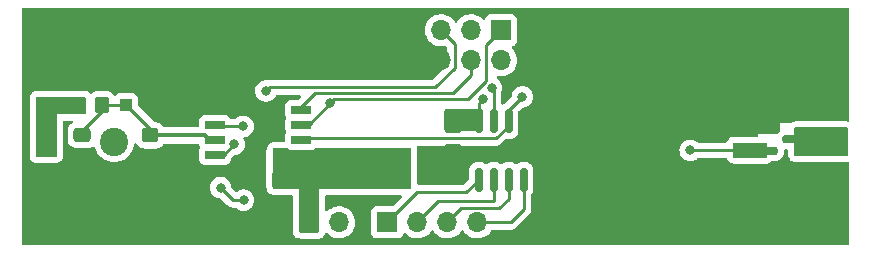
<source format=gbr>
%TF.GenerationSoftware,KiCad,Pcbnew,(6.0.7-1)-1*%
%TF.CreationDate,2024-09-17T13:20:57+05:30*%
%TF.ProjectId,DIY_BMS,4449595f-424d-4532-9e6b-696361645f70,rev?*%
%TF.SameCoordinates,Original*%
%TF.FileFunction,Copper,L2,Bot*%
%TF.FilePolarity,Positive*%
%FSLAX46Y46*%
G04 Gerber Fmt 4.6, Leading zero omitted, Abs format (unit mm)*
G04 Created by KiCad (PCBNEW (6.0.7-1)-1) date 2024-09-17 13:20:57*
%MOMM*%
%LPD*%
G01*
G04 APERTURE LIST*
G04 Aperture macros list*
%AMRoundRect*
0 Rectangle with rounded corners*
0 $1 Rounding radius*
0 $2 $3 $4 $5 $6 $7 $8 $9 X,Y pos of 4 corners*
0 Add a 4 corners polygon primitive as box body*
4,1,4,$2,$3,$4,$5,$6,$7,$8,$9,$2,$3,0*
0 Add four circle primitives for the rounded corners*
1,1,$1+$1,$2,$3*
1,1,$1+$1,$4,$5*
1,1,$1+$1,$6,$7*
1,1,$1+$1,$8,$9*
0 Add four rect primitives between the rounded corners*
20,1,$1+$1,$2,$3,$4,$5,0*
20,1,$1+$1,$4,$5,$6,$7,0*
20,1,$1+$1,$6,$7,$8,$9,0*
20,1,$1+$1,$8,$9,$2,$3,0*%
G04 Aperture macros list end*
%TA.AperFunction,ComponentPad*%
%ADD10R,1.700000X1.700000*%
%TD*%
%TA.AperFunction,ComponentPad*%
%ADD11O,1.700000X1.700000*%
%TD*%
%TA.AperFunction,ComponentPad*%
%ADD12R,1.000000X1.000000*%
%TD*%
%TA.AperFunction,ComponentPad*%
%ADD13C,2.400000*%
%TD*%
%TA.AperFunction,ComponentPad*%
%ADD14O,2.400000X2.400000*%
%TD*%
%TA.AperFunction,SMDPad,CuDef*%
%ADD15R,1.700000X0.650000*%
%TD*%
%TA.AperFunction,SMDPad,CuDef*%
%ADD16RoundRect,0.250000X0.450000X-0.350000X0.450000X0.350000X-0.450000X0.350000X-0.450000X-0.350000X0*%
%TD*%
%TA.AperFunction,SMDPad,CuDef*%
%ADD17RoundRect,0.250000X-0.350000X-0.450000X0.350000X-0.450000X0.350000X0.450000X-0.350000X0.450000X0*%
%TD*%
%TA.AperFunction,SMDPad,CuDef*%
%ADD18RoundRect,0.250000X-0.475000X0.337500X-0.475000X-0.337500X0.475000X-0.337500X0.475000X0.337500X0*%
%TD*%
%TA.AperFunction,SMDPad,CuDef*%
%ADD19RoundRect,0.150000X-0.587500X-0.150000X0.587500X-0.150000X0.587500X0.150000X-0.587500X0.150000X0*%
%TD*%
%TA.AperFunction,SMDPad,CuDef*%
%ADD20RoundRect,0.250000X0.337500X0.475000X-0.337500X0.475000X-0.337500X-0.475000X0.337500X-0.475000X0*%
%TD*%
%TA.AperFunction,SMDPad,CuDef*%
%ADD21RoundRect,0.250000X-0.450000X0.350000X-0.450000X-0.350000X0.450000X-0.350000X0.450000X0.350000X0*%
%TD*%
%TA.AperFunction,SMDPad,CuDef*%
%ADD22RoundRect,0.150000X-0.150000X0.825000X-0.150000X-0.825000X0.150000X-0.825000X0.150000X0.825000X0*%
%TD*%
%TA.AperFunction,ViaPad*%
%ADD23C,0.800000*%
%TD*%
%TA.AperFunction,Conductor*%
%ADD24C,0.250000*%
%TD*%
%TA.AperFunction,Conductor*%
%ADD25C,0.350000*%
%TD*%
G04 APERTURE END LIST*
D10*
%TO.P,TH1,1*%
%TO.N,3V3*%
X149347000Y-106426000D03*
D11*
%TO.P,TH1,2*%
%TO.N,Net-(J3-Pad5)*%
X151887000Y-106426000D03*
%TD*%
D10*
%TO.P,J1,1,Pin_1*%
%TO.N,+BATT*%
X127101600Y-99999800D03*
D11*
%TO.P,J1,2,Pin_2*%
%TO.N,GND*%
X127101600Y-102539800D03*
%TD*%
D10*
%TO.P,J2,1,Pin_1*%
%TO.N,Net-(J2-Pad1)*%
X155966000Y-106426000D03*
D11*
%TO.P,J2,2,Pin_2*%
%TO.N,Net-(J2-Pad2)*%
X158506000Y-106426000D03*
%TO.P,J2,3,Pin_3*%
%TO.N,Net-(J2-Pad3)*%
X161046000Y-106426000D03*
%TO.P,J2,4,Pin_4*%
%TO.N,Net-(J2-Pad4)*%
X163586000Y-106426000D03*
%TD*%
D12*
%TO.P,GND,1,1*%
%TO.N,GND*%
X144272000Y-93472000D03*
%TD*%
D10*
%TO.P,J3,1,Pin_1*%
%TO.N,Net-(D3-Pad2)*%
X165593000Y-90165000D03*
D11*
%TO.P,J3,2,Pin_2*%
%TO.N,3V3*%
X165593000Y-92705000D03*
%TO.P,J3,3,Pin_3*%
%TO.N,Net-(J3-Pad3)*%
X163053000Y-90165000D03*
%TO.P,J3,4,Pin_4*%
%TO.N,Net-(J3-Pad4)*%
X163053000Y-92705000D03*
%TO.P,J3,5,Pin_5*%
%TO.N,Net-(J3-Pad5)*%
X160513000Y-90165000D03*
%TO.P,J3,6,Pin_6*%
%TO.N,GND*%
X160513000Y-92705000D03*
%TD*%
D13*
%TO.P,R1,1*%
%TO.N,Net-(C2-Pad1)*%
X132842000Y-99599800D03*
D14*
%TO.P,R1,2*%
%TO.N,Net-(Q1-Pad3)*%
X193802000Y-99599800D03*
%TD*%
D15*
%TO.P,U3,1,~{RESET}/PB5*%
%TO.N,Net-(J3-Pad5)*%
X141384000Y-100711000D03*
%TO.P,U3,2,XTAL1/PB3*%
%TO.N,Net-(C4-Pad1)*%
X141384000Y-99441000D03*
%TO.P,U3,3,XTAL2/PB4*%
%TO.N,Net-(Q1-Pad1)*%
X141384000Y-98171000D03*
%TO.P,U3,4,GND*%
%TO.N,GND*%
X141384000Y-96901000D03*
%TO.P,U3,5,AREF/PB0*%
%TO.N,Net-(J3-Pad4)*%
X148684000Y-96901000D03*
%TO.P,U3,6,PB1*%
%TO.N,Net-(D3-Pad2)*%
X148684000Y-98171000D03*
%TO.P,U3,7,PB2*%
%TO.N,Net-(J3-Pad3)*%
X148684000Y-99441000D03*
%TO.P,U3,8,VCC*%
%TO.N,3V3*%
X148684000Y-100711000D03*
%TD*%
D16*
%TO.P,R7,1*%
%TO.N,Net-(Q1-Pad1)*%
X185928000Y-100314000D03*
%TO.P,R7,2*%
%TO.N,GND*%
X185928000Y-98314000D03*
%TD*%
D17*
%TO.P,R5,1*%
%TO.N,+BATT*%
X129810000Y-96520000D03*
%TO.P,R5,2*%
%TO.N,Net-(C4-Pad1)*%
X131810000Y-96520000D03*
%TD*%
D18*
%TO.P,C5,1*%
%TO.N,3V3*%
X161544000Y-98276500D03*
%TO.P,C5,2*%
%TO.N,GND*%
X161544000Y-100351500D03*
%TD*%
D19*
%TO.P,Q1,1,G*%
%TO.N,Net-(Q1-Pad1)*%
X188290500Y-100364000D03*
%TO.P,Q1,2,D*%
%TO.N,GND*%
X188290500Y-98464000D03*
%TO.P,Q1,3,S*%
%TO.N,Net-(Q1-Pad3)*%
X190165500Y-99414000D03*
%TD*%
D18*
%TO.P,C4,1*%
%TO.N,Net-(C4-Pad1)*%
X130128800Y-99038500D03*
%TO.P,C4,2*%
%TO.N,GND*%
X130128800Y-101113500D03*
%TD*%
D20*
%TO.P,C6,1*%
%TO.N,3V3*%
X146833500Y-102870000D03*
%TO.P,C6,2*%
%TO.N,GND*%
X144758500Y-102870000D03*
%TD*%
D21*
%TO.P,R6,1*%
%TO.N,Net-(C4-Pad1)*%
X135890000Y-99076000D03*
%TO.P,R6,2*%
%TO.N,GND*%
X135890000Y-101076000D03*
%TD*%
D12*
%TO.P,TP1,1,1*%
%TO.N,Net-(C4-Pad1)*%
X133858000Y-96520000D03*
%TD*%
D22*
%TO.P,U2,1,VDD1*%
%TO.N,3V3*%
X163703000Y-97855000D03*
%TO.P,U2,2,VOA*%
%TO.N,Net-(J3-Pad4)*%
X164973000Y-97855000D03*
%TO.P,U2,3,VIB*%
%TO.N,Net-(J3-Pad3)*%
X166243000Y-97855000D03*
%TO.P,U2,4,GND1*%
%TO.N,GND*%
X167513000Y-97855000D03*
%TO.P,U2,5,GND2*%
%TO.N,Net-(J2-Pad4)*%
X167513000Y-102805000D03*
%TO.P,U2,6,VOB*%
%TO.N,Net-(J2-Pad3)*%
X166243000Y-102805000D03*
%TO.P,U2,7,VIA*%
%TO.N,Net-(J2-Pad2)*%
X164973000Y-102805000D03*
%TO.P,U2,8,VDD2*%
%TO.N,Net-(J2-Pad1)*%
X163703000Y-102805000D03*
%TD*%
D23*
%TO.N,GND*%
X137400000Y-93000000D03*
X157250000Y-93450000D03*
X140450000Y-105950000D03*
X146360000Y-93507500D03*
%TO.N,3V3*%
X153200000Y-100750000D03*
X150750000Y-100750000D03*
X161550000Y-98250000D03*
X154550000Y-100750000D03*
X151950000Y-100750000D03*
X164100000Y-95950000D03*
X156100000Y-100750000D03*
%TO.N,Net-(D3-Pad2)*%
X151150000Y-96350000D03*
%TO.N,Net-(J3-Pad3)*%
X167400000Y-95800000D03*
%TO.N,Net-(J3-Pad4)*%
X164800299Y-95050299D03*
%TO.N,Net-(J3-Pad5)*%
X143002000Y-99822000D03*
X145700000Y-95300000D03*
%TO.N,Net-(Q1-Pad1)*%
X181610000Y-100330000D03*
X143764000Y-98298000D03*
%TO.N,Net-(Q1-Pad3)*%
X141850000Y-103500000D03*
X143800000Y-104550000D03*
%TD*%
D24*
%TO.N,3V3*%
X163703000Y-96347000D02*
X164100000Y-95950000D01*
X163703000Y-97855000D02*
X163703000Y-96347000D01*
D25*
%TO.N,Net-(C4-Pad1)*%
X141384000Y-99441000D02*
X140859000Y-99441000D01*
X135890000Y-98552000D02*
X133858000Y-96520000D01*
X140859000Y-99441000D02*
X140494000Y-99076000D01*
X140494000Y-99076000D02*
X135890000Y-99076000D01*
X135890000Y-99076000D02*
X135890000Y-98552000D01*
D24*
X130128800Y-98725200D02*
X130128800Y-99038500D01*
X131810000Y-96520000D02*
X133858000Y-96520000D01*
X131810000Y-96520000D02*
X131810000Y-97044000D01*
X131810000Y-97044000D02*
X130128800Y-98725200D01*
%TO.N,Net-(D3-Pad2)*%
X164338000Y-94488000D02*
X164338000Y-91420000D01*
X151150000Y-96350000D02*
X151488000Y-96012000D01*
X164338000Y-91420000D02*
X165593000Y-90165000D01*
X151150000Y-96350000D02*
X149329000Y-98171000D01*
X151488000Y-96012000D02*
X162814000Y-96012000D01*
X149329000Y-98171000D02*
X148684000Y-98171000D01*
X162814000Y-96012000D02*
X164338000Y-94488000D01*
%TO.N,Net-(J2-Pad1)*%
X158492000Y-103900000D02*
X162608000Y-103900000D01*
X155966000Y-106426000D02*
X158492000Y-103900000D01*
X162608000Y-103900000D02*
X163703000Y-102805000D01*
%TO.N,Net-(J2-Pad2)*%
X160282000Y-104650000D02*
X164950000Y-104650000D01*
X158506000Y-106426000D02*
X160282000Y-104650000D01*
X164950000Y-104650000D02*
X164973000Y-104627000D01*
X164973000Y-104627000D02*
X164973000Y-102805000D01*
%TO.N,Net-(J2-Pad3)*%
X162222000Y-105250000D02*
X165450000Y-105250000D01*
X166243000Y-104457000D02*
X166243000Y-102805000D01*
X161046000Y-106426000D02*
X162222000Y-105250000D01*
X165450000Y-105250000D02*
X166243000Y-104457000D01*
%TO.N,Net-(J2-Pad4)*%
X166424000Y-106426000D02*
X167513000Y-105337000D01*
X167513000Y-105337000D02*
X167513000Y-102805000D01*
X163586000Y-106426000D02*
X166424000Y-106426000D01*
%TO.N,Net-(J3-Pad3)*%
X167400000Y-95800000D02*
X166243000Y-96957000D01*
X165160751Y-99314000D02*
X166243000Y-98231751D01*
X148811000Y-99314000D02*
X165160751Y-99314000D01*
X166243000Y-96957000D02*
X166243000Y-97855000D01*
X166243000Y-98231751D02*
X166243000Y-97855000D01*
X148684000Y-99441000D02*
X148811000Y-99314000D01*
%TO.N,Net-(J3-Pad4)*%
X149860000Y-95504000D02*
X161544000Y-95504000D01*
X163053000Y-93995000D02*
X163053000Y-92705000D01*
X148684000Y-96680000D02*
X149860000Y-95504000D01*
X161544000Y-95504000D02*
X163053000Y-93995000D01*
X148684000Y-96901000D02*
X148684000Y-96680000D01*
X164800299Y-95050299D02*
X164973000Y-95223000D01*
X164973000Y-95223000D02*
X164973000Y-97855000D01*
%TO.N,Net-(J3-Pad5)*%
X161688000Y-91340000D02*
X160513000Y-90165000D01*
X161688000Y-93328000D02*
X161688000Y-91340000D01*
X141384000Y-100711000D02*
X142113000Y-100711000D01*
X142113000Y-100711000D02*
X143002000Y-99822000D01*
X145700000Y-95300000D02*
X146004000Y-94996000D01*
X146004000Y-94996000D02*
X160020000Y-94996000D01*
X160020000Y-94996000D02*
X161688000Y-93328000D01*
%TO.N,Net-(Q1-Pad1)*%
X181626000Y-100314000D02*
X181610000Y-100330000D01*
X143764000Y-98298000D02*
X141511000Y-98298000D01*
X141511000Y-98298000D02*
X141384000Y-98171000D01*
X185928000Y-100314000D02*
X181626000Y-100314000D01*
%TO.N,Net-(Q1-Pad3)*%
X143800000Y-104550000D02*
X142900000Y-104550000D01*
X142900000Y-104550000D02*
X141850000Y-103500000D01*
%TD*%
%TA.AperFunction,Conductor*%
%TO.N,3V3*%
G36*
X150200000Y-107174000D02*
G01*
X150179998Y-107242121D01*
X150126342Y-107288614D01*
X150074000Y-107300000D01*
X148626000Y-107300000D01*
X148557879Y-107279998D01*
X148511386Y-107226342D01*
X148500000Y-107174000D01*
X148500000Y-103600000D01*
X146376000Y-103600000D01*
X146307879Y-103579998D01*
X146261386Y-103526342D01*
X146250000Y-103474000D01*
X146250000Y-102150000D01*
X150200000Y-102150000D01*
X150200000Y-107174000D01*
G37*
%TD.AperFunction*%
%TD*%
%TA.AperFunction,Conductor*%
%TO.N,3V3*%
G36*
X147524557Y-100170002D02*
G01*
X147531981Y-100175160D01*
X147587295Y-100216615D01*
X147723684Y-100267745D01*
X147785866Y-100274500D01*
X149582134Y-100274500D01*
X149644316Y-100267745D01*
X149780705Y-100216615D01*
X149836001Y-100175173D01*
X149902505Y-100150326D01*
X149911564Y-100150000D01*
X157874000Y-100150000D01*
X157942121Y-100170002D01*
X157988614Y-100223658D01*
X158000000Y-100276000D01*
X158000000Y-103443905D01*
X157979998Y-103512026D01*
X157963095Y-103533000D01*
X157933000Y-103563095D01*
X157870688Y-103597121D01*
X157843905Y-103600000D01*
X146376000Y-103600000D01*
X146307879Y-103579998D01*
X146261386Y-103526342D01*
X146250000Y-103474000D01*
X146250000Y-100276000D01*
X146270002Y-100207879D01*
X146323658Y-100161386D01*
X146376000Y-100150000D01*
X147456436Y-100150000D01*
X147524557Y-100170002D01*
G37*
%TD.AperFunction*%
%TD*%
%TA.AperFunction,Conductor*%
%TO.N,3V3*%
G36*
X163992121Y-96870002D02*
G01*
X164038614Y-96923658D01*
X164050000Y-96976000D01*
X164050000Y-98554500D01*
X164029998Y-98622621D01*
X163976342Y-98669114D01*
X163924000Y-98680500D01*
X160926000Y-98680500D01*
X160857879Y-98660498D01*
X160811386Y-98606842D01*
X160800000Y-98554500D01*
X160800000Y-96976000D01*
X160820002Y-96907879D01*
X160873658Y-96861386D01*
X160926000Y-96850000D01*
X163924000Y-96850000D01*
X163992121Y-96870002D01*
G37*
%TD.AperFunction*%
%TD*%
%TA.AperFunction,Conductor*%
%TO.N,GND*%
G36*
X167850000Y-100950000D02*
G01*
X160800000Y-100950000D01*
X160800000Y-99947500D01*
X165081984Y-99947500D01*
X165093167Y-99948027D01*
X165100660Y-99949702D01*
X165108586Y-99949453D01*
X165108587Y-99949453D01*
X165168737Y-99947562D01*
X165172696Y-99947500D01*
X165200607Y-99947500D01*
X165204542Y-99947003D01*
X165204607Y-99946995D01*
X165216444Y-99946062D01*
X165248702Y-99945048D01*
X165252721Y-99944922D01*
X165260640Y-99944673D01*
X165280094Y-99939021D01*
X165299451Y-99935013D01*
X165311681Y-99933468D01*
X165311682Y-99933468D01*
X165319548Y-99932474D01*
X165326919Y-99929555D01*
X165326921Y-99929555D01*
X165360663Y-99916196D01*
X165371893Y-99912351D01*
X165406734Y-99902229D01*
X165406735Y-99902229D01*
X165414344Y-99900018D01*
X165421163Y-99895985D01*
X165421168Y-99895983D01*
X165431779Y-99889707D01*
X165449527Y-99881012D01*
X165468368Y-99873552D01*
X165504138Y-99847564D01*
X165514058Y-99841048D01*
X165545286Y-99822580D01*
X165545289Y-99822578D01*
X165552113Y-99818542D01*
X165566434Y-99804221D01*
X165581468Y-99791380D01*
X165591445Y-99784131D01*
X165597858Y-99779472D01*
X165622239Y-99750000D01*
X167200000Y-99750000D01*
X167200000Y-96895904D01*
X167245904Y-96850000D01*
X167850000Y-96850000D01*
X167850000Y-100950000D01*
G37*
%TD.AperFunction*%
%TD*%
%TA.AperFunction,Conductor*%
%TO.N,Net-(Q1-Pad3)*%
G36*
X194942121Y-98420002D02*
G01*
X194988614Y-98473658D01*
X195000000Y-98526000D01*
X195000000Y-100674000D01*
X194979998Y-100742121D01*
X194926342Y-100788614D01*
X194874000Y-100800000D01*
X190526000Y-100800000D01*
X190457879Y-100779998D01*
X190411386Y-100726342D01*
X190400000Y-100674000D01*
X190400000Y-99700000D01*
X189576000Y-99700000D01*
X189507879Y-99679998D01*
X189461386Y-99626342D01*
X189450000Y-99574000D01*
X189450000Y-99226000D01*
X189470002Y-99157879D01*
X189523658Y-99111386D01*
X189576000Y-99100000D01*
X190400000Y-99100000D01*
X190400000Y-98526000D01*
X190420002Y-98457879D01*
X190473658Y-98411386D01*
X190526000Y-98400000D01*
X194874000Y-98400000D01*
X194942121Y-98420002D01*
G37*
%TD.AperFunction*%
%TD*%
%TA.AperFunction,Conductor*%
%TO.N,GND*%
G36*
X195033621Y-88278502D02*
G01*
X195080114Y-88332158D01*
X195091500Y-88384500D01*
X195091500Y-97772359D01*
X195071498Y-97840480D01*
X195017842Y-97886973D01*
X194947569Y-97897077D01*
X194878448Y-97887139D01*
X194878441Y-97887138D01*
X194874000Y-97886500D01*
X190526000Y-97886500D01*
X190522654Y-97886860D01*
X190522649Y-97886860D01*
X190420215Y-97897872D01*
X190420208Y-97897873D01*
X190416851Y-97898234D01*
X190413551Y-97898952D01*
X190413550Y-97898952D01*
X190367790Y-97908906D01*
X190367785Y-97908907D01*
X190364509Y-97909620D01*
X190304921Y-97929453D01*
X190274735Y-97939500D01*
X190260343Y-97944290D01*
X190137388Y-98023308D01*
X190135396Y-98025034D01*
X190069317Y-98049679D01*
X190060330Y-98050000D01*
X189250000Y-98050000D01*
X189250000Y-98614269D01*
X189229998Y-98682390D01*
X189194531Y-98717857D01*
X189194774Y-98718181D01*
X189192519Y-98719869D01*
X189192123Y-98720265D01*
X189187388Y-98723308D01*
X189133732Y-98769801D01*
X189130785Y-98773202D01*
X189130780Y-98773207D01*
X189089899Y-98820387D01*
X189083770Y-98826970D01*
X189053547Y-98857193D01*
X189048006Y-98866562D01*
X189045286Y-98871161D01*
X189043764Y-98873629D01*
X189038018Y-98880261D01*
X189034275Y-98888455D01*
X189031921Y-98892119D01*
X188978266Y-98938613D01*
X188925922Y-98950000D01*
X187350000Y-98950000D01*
X187350000Y-99060500D01*
X187329998Y-99128621D01*
X187276342Y-99175114D01*
X187224000Y-99186500D01*
X185326000Y-99186500D01*
X185322654Y-99186860D01*
X185322649Y-99186860D01*
X185220215Y-99197872D01*
X185220208Y-99197873D01*
X185216851Y-99198234D01*
X185213551Y-99198952D01*
X185213550Y-99198952D01*
X185167790Y-99208906D01*
X185167785Y-99208907D01*
X185164509Y-99209620D01*
X185060343Y-99244290D01*
X184937388Y-99323308D01*
X184933993Y-99326250D01*
X184933990Y-99326252D01*
X184923246Y-99335562D01*
X184883732Y-99369801D01*
X184880792Y-99373194D01*
X184793919Y-99473450D01*
X184793917Y-99473453D01*
X184788018Y-99480261D01*
X184784276Y-99488455D01*
X184784272Y-99488461D01*
X184730209Y-99606843D01*
X184683716Y-99660498D01*
X184615596Y-99680500D01*
X182301203Y-99680500D01*
X182233082Y-99660498D01*
X182222210Y-99652196D01*
X182221253Y-99651134D01*
X182066752Y-99538882D01*
X182060724Y-99536198D01*
X182060722Y-99536197D01*
X181898319Y-99463891D01*
X181898318Y-99463891D01*
X181892288Y-99461206D01*
X181798887Y-99441353D01*
X181711944Y-99422872D01*
X181711939Y-99422872D01*
X181705487Y-99421500D01*
X181514513Y-99421500D01*
X181508061Y-99422872D01*
X181508056Y-99422872D01*
X181421113Y-99441353D01*
X181327712Y-99461206D01*
X181321682Y-99463891D01*
X181321681Y-99463891D01*
X181159278Y-99536197D01*
X181159276Y-99536198D01*
X181153248Y-99538882D01*
X180998747Y-99651134D01*
X180994326Y-99656044D01*
X180994325Y-99656045D01*
X180954797Y-99699946D01*
X180870960Y-99793056D01*
X180834896Y-99855521D01*
X180781792Y-99947500D01*
X180775473Y-99958444D01*
X180716458Y-100140072D01*
X180715768Y-100146633D01*
X180715768Y-100146635D01*
X180706598Y-100233886D01*
X180696496Y-100330000D01*
X180697186Y-100336565D01*
X180714863Y-100504749D01*
X180716458Y-100519928D01*
X180775473Y-100701556D01*
X180870960Y-100866944D01*
X180875378Y-100871851D01*
X180875379Y-100871852D01*
X180974981Y-100982471D01*
X180998747Y-101008866D01*
X181059152Y-101052753D01*
X181146573Y-101116268D01*
X181153248Y-101121118D01*
X181159276Y-101123802D01*
X181159278Y-101123803D01*
X181310417Y-101191094D01*
X181327712Y-101198794D01*
X181417608Y-101217902D01*
X181508056Y-101237128D01*
X181508061Y-101237128D01*
X181514513Y-101238500D01*
X181705487Y-101238500D01*
X181711939Y-101237128D01*
X181711944Y-101237128D01*
X181802392Y-101217902D01*
X181892288Y-101198794D01*
X181909583Y-101191094D01*
X182060722Y-101123803D01*
X182060724Y-101123802D01*
X182066752Y-101121118D01*
X182073428Y-101116268D01*
X182160848Y-101052753D01*
X182221253Y-101008866D01*
X182238971Y-100989188D01*
X182299414Y-100951950D01*
X182332605Y-100947500D01*
X184606117Y-100947500D01*
X184674238Y-100967502D01*
X184720731Y-101021158D01*
X184725669Y-101033710D01*
X184740784Y-101079122D01*
X184744290Y-101089657D01*
X184823308Y-101212612D01*
X184826250Y-101216007D01*
X184826252Y-101216010D01*
X184844551Y-101237128D01*
X184869801Y-101266268D01*
X184873194Y-101269208D01*
X184973450Y-101356081D01*
X184973453Y-101356083D01*
X184980261Y-101361982D01*
X184988459Y-101365726D01*
X184999633Y-101370829D01*
X185113210Y-101422698D01*
X185136964Y-101429673D01*
X185177008Y-101441431D01*
X185177012Y-101441432D01*
X185181331Y-101442700D01*
X185185780Y-101443340D01*
X185185786Y-101443341D01*
X185321553Y-101462861D01*
X185321558Y-101462861D01*
X185326000Y-101463500D01*
X188024000Y-101463500D01*
X188027346Y-101463140D01*
X188027351Y-101463140D01*
X188129785Y-101452128D01*
X188129792Y-101452127D01*
X188133149Y-101451766D01*
X188136450Y-101451048D01*
X188182210Y-101441094D01*
X188182215Y-101441093D01*
X188185491Y-101440380D01*
X188289657Y-101405710D01*
X188412612Y-101326692D01*
X188418382Y-101321693D01*
X188451101Y-101293341D01*
X188466268Y-101280199D01*
X188486380Y-101256988D01*
X188546104Y-101218604D01*
X188581604Y-101213500D01*
X188874000Y-101213500D01*
X188877346Y-101213140D01*
X188877351Y-101213140D01*
X188979785Y-101202128D01*
X188979792Y-101202127D01*
X188983149Y-101201766D01*
X188986450Y-101201048D01*
X189032210Y-101191094D01*
X189032215Y-101191093D01*
X189035491Y-101190380D01*
X189139657Y-101155710D01*
X189262612Y-101076692D01*
X189278862Y-101062612D01*
X189312875Y-101033139D01*
X189316268Y-101030199D01*
X189326828Y-101018012D01*
X189406079Y-100926552D01*
X189406080Y-100926550D01*
X189411982Y-100919739D01*
X189436093Y-100866944D01*
X189439375Y-100859758D01*
X189445534Y-100847962D01*
X189483110Y-100784424D01*
X189483110Y-100784423D01*
X189487145Y-100777601D01*
X189489498Y-100769504D01*
X189511966Y-100692166D01*
X189533562Y-100617831D01*
X189534239Y-100609237D01*
X189536307Y-100582958D01*
X189536307Y-100582950D01*
X189536500Y-100580502D01*
X189536500Y-100348500D01*
X189556502Y-100280379D01*
X189610158Y-100233886D01*
X189662500Y-100222500D01*
X189760500Y-100222500D01*
X189828621Y-100242502D01*
X189875114Y-100296158D01*
X189886500Y-100348500D01*
X189886500Y-100674000D01*
X189886860Y-100677346D01*
X189886860Y-100677351D01*
X189897729Y-100778447D01*
X189898234Y-100783149D01*
X189909620Y-100835491D01*
X189944290Y-100939657D01*
X190023308Y-101062612D01*
X190026250Y-101066007D01*
X190026252Y-101066010D01*
X190052485Y-101096284D01*
X190069801Y-101116268D01*
X190073194Y-101119208D01*
X190173450Y-101206081D01*
X190173453Y-101206083D01*
X190180261Y-101211982D01*
X190313210Y-101272698D01*
X190327160Y-101276794D01*
X190377008Y-101291431D01*
X190377012Y-101291432D01*
X190381331Y-101292700D01*
X190385780Y-101293340D01*
X190385786Y-101293341D01*
X190521553Y-101312861D01*
X190521558Y-101312861D01*
X190526000Y-101313500D01*
X194874000Y-101313500D01*
X194877346Y-101313140D01*
X194877351Y-101313140D01*
X194917297Y-101308845D01*
X194952033Y-101305111D01*
X195021900Y-101317717D01*
X195073862Y-101366095D01*
X195091500Y-101430389D01*
X195091500Y-108265500D01*
X195071498Y-108333621D01*
X195017842Y-108380114D01*
X194965500Y-108391500D01*
X125184500Y-108391500D01*
X125116379Y-108371498D01*
X125069886Y-108317842D01*
X125058500Y-108265500D01*
X125058500Y-103500000D01*
X140936496Y-103500000D01*
X140937186Y-103506565D01*
X140950737Y-103635491D01*
X140956458Y-103689928D01*
X141015473Y-103871556D01*
X141018776Y-103877278D01*
X141018777Y-103877279D01*
X141042985Y-103919208D01*
X141110960Y-104036944D01*
X141115378Y-104041851D01*
X141115379Y-104041852D01*
X141141470Y-104070829D01*
X141238747Y-104178866D01*
X141393248Y-104291118D01*
X141399276Y-104293802D01*
X141399278Y-104293803D01*
X141462637Y-104322012D01*
X141567712Y-104368794D01*
X141661113Y-104388647D01*
X141748056Y-104407128D01*
X141748061Y-104407128D01*
X141754513Y-104408500D01*
X141810406Y-104408500D01*
X141878527Y-104428502D01*
X141899501Y-104445405D01*
X142396343Y-104942247D01*
X142403887Y-104950537D01*
X142408000Y-104957018D01*
X142413777Y-104962443D01*
X142457667Y-105003658D01*
X142460509Y-105006413D01*
X142480230Y-105026134D01*
X142483425Y-105028612D01*
X142492447Y-105036318D01*
X142524679Y-105066586D01*
X142531628Y-105070406D01*
X142542432Y-105076346D01*
X142558956Y-105087199D01*
X142574959Y-105099613D01*
X142615543Y-105117176D01*
X142626173Y-105122383D01*
X142664940Y-105143695D01*
X142672617Y-105145666D01*
X142672622Y-105145668D01*
X142684558Y-105148732D01*
X142703266Y-105155137D01*
X142721855Y-105163181D01*
X142729683Y-105164421D01*
X142729690Y-105164423D01*
X142765524Y-105170099D01*
X142777144Y-105172505D01*
X142809890Y-105180912D01*
X142819970Y-105183500D01*
X142840224Y-105183500D01*
X142859934Y-105185051D01*
X142879943Y-105188220D01*
X142887835Y-105187474D01*
X142923961Y-105184059D01*
X142935819Y-105183500D01*
X143091800Y-105183500D01*
X143159921Y-105203502D01*
X143179147Y-105219843D01*
X143179420Y-105219540D01*
X143184332Y-105223963D01*
X143188747Y-105228866D01*
X143210329Y-105244546D01*
X143288280Y-105301181D01*
X143343248Y-105341118D01*
X143349276Y-105343802D01*
X143349278Y-105343803D01*
X143483428Y-105403530D01*
X143517712Y-105418794D01*
X143611113Y-105438647D01*
X143698056Y-105457128D01*
X143698061Y-105457128D01*
X143704513Y-105458500D01*
X143895487Y-105458500D01*
X143901939Y-105457128D01*
X143901944Y-105457128D01*
X143988887Y-105438647D01*
X144082288Y-105418794D01*
X144116572Y-105403530D01*
X144250722Y-105343803D01*
X144250724Y-105343802D01*
X144256752Y-105341118D01*
X144411253Y-105228866D01*
X144447851Y-105188220D01*
X144534621Y-105091852D01*
X144534622Y-105091851D01*
X144539040Y-105086944D01*
X144615559Y-104954409D01*
X144631223Y-104927279D01*
X144631224Y-104927278D01*
X144634527Y-104921556D01*
X144693542Y-104739928D01*
X144713504Y-104550000D01*
X144693542Y-104360072D01*
X144634527Y-104178444D01*
X144539040Y-104013056D01*
X144411253Y-103871134D01*
X144256752Y-103758882D01*
X144250724Y-103756198D01*
X144250722Y-103756197D01*
X144088319Y-103683891D01*
X144088318Y-103683891D01*
X144082288Y-103681206D01*
X143988888Y-103661353D01*
X143901944Y-103642872D01*
X143901939Y-103642872D01*
X143895487Y-103641500D01*
X143704513Y-103641500D01*
X143698061Y-103642872D01*
X143698056Y-103642872D01*
X143611112Y-103661353D01*
X143517712Y-103681206D01*
X143511682Y-103683891D01*
X143511681Y-103683891D01*
X143349278Y-103756197D01*
X143349276Y-103756198D01*
X143343248Y-103758882D01*
X143337907Y-103762762D01*
X143337906Y-103762763D01*
X143234275Y-103838055D01*
X143167407Y-103861914D01*
X143098255Y-103845833D01*
X143071119Y-103825214D01*
X142797122Y-103551217D01*
X142763096Y-103488905D01*
X142760907Y-103475292D01*
X142744232Y-103316635D01*
X142744232Y-103316633D01*
X142743542Y-103310072D01*
X142684527Y-103128444D01*
X142589040Y-102963056D01*
X142461253Y-102821134D01*
X142362157Y-102749136D01*
X142312094Y-102712763D01*
X142312093Y-102712762D01*
X142306752Y-102708882D01*
X142300724Y-102706198D01*
X142300722Y-102706197D01*
X142138319Y-102633891D01*
X142138318Y-102633891D01*
X142132288Y-102631206D01*
X142038888Y-102611353D01*
X141951944Y-102592872D01*
X141951939Y-102592872D01*
X141945487Y-102591500D01*
X141754513Y-102591500D01*
X141748061Y-102592872D01*
X141748056Y-102592872D01*
X141661113Y-102611353D01*
X141567712Y-102631206D01*
X141561682Y-102633891D01*
X141561681Y-102633891D01*
X141399278Y-102706197D01*
X141399276Y-102706198D01*
X141393248Y-102708882D01*
X141387907Y-102712762D01*
X141387906Y-102712763D01*
X141337843Y-102749136D01*
X141238747Y-102821134D01*
X141110960Y-102963056D01*
X141015473Y-103128444D01*
X140956458Y-103310072D01*
X140936496Y-103500000D01*
X125058500Y-103500000D01*
X125058500Y-100774000D01*
X125686500Y-100774000D01*
X125686860Y-100777346D01*
X125686860Y-100777351D01*
X125697020Y-100871852D01*
X125698234Y-100883149D01*
X125698952Y-100886449D01*
X125698952Y-100886450D01*
X125705961Y-100918669D01*
X125709620Y-100935491D01*
X125744290Y-101039657D01*
X125823308Y-101162612D01*
X125869801Y-101216268D01*
X125879067Y-101224297D01*
X125973450Y-101306081D01*
X125973453Y-101306083D01*
X125980261Y-101311982D01*
X126113210Y-101372698D01*
X126136964Y-101379673D01*
X126177008Y-101391431D01*
X126177012Y-101391432D01*
X126181331Y-101392700D01*
X126185780Y-101393340D01*
X126185786Y-101393341D01*
X126321553Y-101412861D01*
X126321558Y-101412861D01*
X126326000Y-101413500D01*
X127874000Y-101413500D01*
X127877346Y-101413140D01*
X127877351Y-101413140D01*
X127979785Y-101402128D01*
X127979792Y-101402127D01*
X127983149Y-101401766D01*
X127994665Y-101399261D01*
X128032210Y-101391094D01*
X128032215Y-101391093D01*
X128035491Y-101390380D01*
X128139657Y-101355710D01*
X128262612Y-101276692D01*
X128267222Y-101272698D01*
X128312875Y-101233139D01*
X128316268Y-101230199D01*
X128340905Y-101201766D01*
X128406081Y-101126550D01*
X128406083Y-101126547D01*
X128411982Y-101119739D01*
X128472698Y-100986790D01*
X128486290Y-100940499D01*
X128491431Y-100922992D01*
X128491432Y-100922988D01*
X128492700Y-100918669D01*
X128493726Y-100911538D01*
X128512861Y-100778447D01*
X128512861Y-100778442D01*
X128513500Y-100774000D01*
X128513500Y-97939500D01*
X128533502Y-97871379D01*
X128587158Y-97824886D01*
X128639500Y-97813500D01*
X129203446Y-97813500D01*
X129271567Y-97833502D01*
X129318060Y-97887158D01*
X129328164Y-97957432D01*
X129298670Y-98022012D01*
X129269749Y-98046644D01*
X129242433Y-98063548D01*
X129179452Y-98102522D01*
X129054495Y-98227697D01*
X129050655Y-98233927D01*
X129050654Y-98233928D01*
X129007113Y-98304565D01*
X128961685Y-98378262D01*
X128906003Y-98546139D01*
X128905303Y-98552975D01*
X128905302Y-98552978D01*
X128902741Y-98577978D01*
X128895300Y-98650600D01*
X128895300Y-99426400D01*
X128895637Y-99429646D01*
X128895637Y-99429650D01*
X128902937Y-99500000D01*
X128906274Y-99532166D01*
X128908455Y-99538702D01*
X128908455Y-99538704D01*
X128944671Y-99647255D01*
X128962250Y-99699946D01*
X129055322Y-99850348D01*
X129180497Y-99975305D01*
X129186727Y-99979145D01*
X129186728Y-99979146D01*
X129323890Y-100063694D01*
X129331062Y-100068115D01*
X129354835Y-100076000D01*
X129492411Y-100121632D01*
X129492413Y-100121632D01*
X129498939Y-100123797D01*
X129505775Y-100124497D01*
X129505778Y-100124498D01*
X129548831Y-100128909D01*
X129603400Y-100134500D01*
X130654200Y-100134500D01*
X130657446Y-100134163D01*
X130657450Y-100134163D01*
X130753108Y-100124238D01*
X130753112Y-100124237D01*
X130759966Y-100123526D01*
X130766502Y-100121345D01*
X130766504Y-100121345D01*
X130917135Y-100071090D01*
X130927746Y-100067550D01*
X130996013Y-100025305D01*
X131013755Y-100014326D01*
X131082207Y-99995488D01*
X131149977Y-100016649D01*
X131195548Y-100071090D01*
X131198641Y-100078880D01*
X131276831Y-100296658D01*
X131279048Y-100300784D01*
X131383917Y-100495955D01*
X131397025Y-100520351D01*
X131399820Y-100524094D01*
X131399822Y-100524097D01*
X131546171Y-100720082D01*
X131546176Y-100720088D01*
X131548963Y-100723820D01*
X131552272Y-100727100D01*
X131552277Y-100727106D01*
X131713018Y-100886450D01*
X131729307Y-100902597D01*
X131733069Y-100905355D01*
X131733072Y-100905358D01*
X131867542Y-101003955D01*
X131934094Y-101052753D01*
X131938229Y-101054929D01*
X131938233Y-101054931D01*
X132045831Y-101111541D01*
X132158827Y-101170991D01*
X132398568Y-101254712D01*
X132648050Y-101302078D01*
X132768532Y-101306811D01*
X132897125Y-101311864D01*
X132897130Y-101311864D01*
X132901793Y-101312047D01*
X133000774Y-101301207D01*
X133149569Y-101284912D01*
X133149575Y-101284911D01*
X133154222Y-101284402D01*
X133183507Y-101276692D01*
X133395273Y-101220938D01*
X133399793Y-101219748D01*
X133548847Y-101155710D01*
X133628807Y-101121357D01*
X133628810Y-101121355D01*
X133633110Y-101119508D01*
X133637090Y-101117045D01*
X133637094Y-101117043D01*
X133845064Y-100988347D01*
X133845066Y-100988345D01*
X133849047Y-100985882D01*
X133859062Y-100977404D01*
X134039289Y-100824831D01*
X134039291Y-100824829D01*
X134042862Y-100821806D01*
X134210295Y-100630884D01*
X134219996Y-100615803D01*
X134345141Y-100421242D01*
X134347669Y-100417312D01*
X134451967Y-100185780D01*
X134520896Y-99941375D01*
X134534996Y-99830540D01*
X134563435Y-99765488D01*
X134622529Y-99726138D01*
X134693517Y-99724984D01*
X134753859Y-99762391D01*
X134767133Y-99780138D01*
X134793397Y-99822580D01*
X134841522Y-99900348D01*
X134966697Y-100025305D01*
X134972927Y-100029145D01*
X134972928Y-100029146D01*
X135110090Y-100113694D01*
X135117262Y-100118115D01*
X135164533Y-100133794D01*
X135278611Y-100171632D01*
X135278613Y-100171632D01*
X135285139Y-100173797D01*
X135291975Y-100174497D01*
X135291978Y-100174498D01*
X135335031Y-100178909D01*
X135389600Y-100184500D01*
X136390400Y-100184500D01*
X136393646Y-100184163D01*
X136393650Y-100184163D01*
X136489308Y-100174238D01*
X136489312Y-100174237D01*
X136496166Y-100173526D01*
X136502702Y-100171345D01*
X136502704Y-100171345D01*
X136643900Y-100124238D01*
X136663946Y-100117550D01*
X136814348Y-100024478D01*
X136826101Y-100012705D01*
X136903657Y-99935013D01*
X136939305Y-99899303D01*
X136950584Y-99881006D01*
X136988568Y-99819384D01*
X137041340Y-99771891D01*
X137095828Y-99759500D01*
X139906511Y-99759500D01*
X139974632Y-99779502D01*
X140021125Y-99833158D01*
X140028772Y-99860969D01*
X140029575Y-99860778D01*
X140031402Y-99868460D01*
X140032255Y-99876316D01*
X140045764Y-99912351D01*
X140076931Y-99995488D01*
X140083385Y-100012705D01*
X140086727Y-100017164D01*
X140101530Y-100084848D01*
X140086933Y-100134561D01*
X140083385Y-100139295D01*
X140080236Y-100147696D01*
X140080234Y-100147699D01*
X140063043Y-100193556D01*
X140032255Y-100275684D01*
X140025500Y-100337866D01*
X140025500Y-101084134D01*
X140032255Y-101146316D01*
X140083385Y-101282705D01*
X140170739Y-101399261D01*
X140287295Y-101486615D01*
X140423684Y-101537745D01*
X140485866Y-101544500D01*
X142282134Y-101544500D01*
X142344316Y-101537745D01*
X142480705Y-101486615D01*
X142597261Y-101399261D01*
X142684615Y-101282705D01*
X142735745Y-101146316D01*
X142742500Y-101084134D01*
X142742500Y-101029594D01*
X142762502Y-100961473D01*
X142779405Y-100940499D01*
X142952499Y-100767405D01*
X143014811Y-100733379D01*
X143041594Y-100730500D01*
X143097487Y-100730500D01*
X143103939Y-100729128D01*
X143103944Y-100729128D01*
X143190888Y-100710647D01*
X143284288Y-100690794D01*
X143314482Y-100677351D01*
X143452722Y-100615803D01*
X143452724Y-100615802D01*
X143458752Y-100613118D01*
X143613253Y-100500866D01*
X143741040Y-100358944D01*
X143836527Y-100193556D01*
X143895542Y-100011928D01*
X143898988Y-99979146D01*
X143914814Y-99828565D01*
X143915504Y-99822000D01*
X143907453Y-99745395D01*
X143896232Y-99638635D01*
X143896232Y-99638633D01*
X143895542Y-99632072D01*
X143836527Y-99450444D01*
X143800302Y-99387700D01*
X143783564Y-99318706D01*
X143806784Y-99251614D01*
X143862591Y-99207727D01*
X143883218Y-99201456D01*
X144046288Y-99166794D01*
X144052319Y-99164109D01*
X144214722Y-99091803D01*
X144214724Y-99091802D01*
X144220752Y-99089118D01*
X144233330Y-99079980D01*
X144289034Y-99039508D01*
X144375253Y-98976866D01*
X144449627Y-98894265D01*
X144498621Y-98839852D01*
X144498622Y-98839851D01*
X144503040Y-98834944D01*
X144591117Y-98682390D01*
X144595223Y-98675279D01*
X144595224Y-98675278D01*
X144598527Y-98669556D01*
X144657542Y-98487928D01*
X144660798Y-98456955D01*
X144676814Y-98304565D01*
X144677504Y-98298000D01*
X144660043Y-98131866D01*
X144658232Y-98114635D01*
X144658232Y-98114633D01*
X144657542Y-98108072D01*
X144598527Y-97926444D01*
X144588402Y-97908906D01*
X144561314Y-97861990D01*
X144503040Y-97761056D01*
X144473727Y-97728500D01*
X144379675Y-97624045D01*
X144379674Y-97624044D01*
X144375253Y-97619134D01*
X144220752Y-97506882D01*
X144214724Y-97504198D01*
X144214722Y-97504197D01*
X144052319Y-97431891D01*
X144052318Y-97431891D01*
X144046288Y-97429206D01*
X143952887Y-97409353D01*
X143865944Y-97390872D01*
X143865939Y-97390872D01*
X143859487Y-97389500D01*
X143668513Y-97389500D01*
X143662061Y-97390872D01*
X143662056Y-97390872D01*
X143575113Y-97409353D01*
X143481712Y-97429206D01*
X143475682Y-97431891D01*
X143475681Y-97431891D01*
X143313278Y-97504197D01*
X143313276Y-97504198D01*
X143307248Y-97506882D01*
X143301907Y-97510762D01*
X143301906Y-97510763D01*
X143180451Y-97599006D01*
X143152747Y-97619134D01*
X143148332Y-97624037D01*
X143143420Y-97628460D01*
X143142295Y-97627211D01*
X143088986Y-97660051D01*
X143055800Y-97664500D01*
X142793527Y-97664500D01*
X142725406Y-97644498D01*
X142685516Y-97601699D01*
X142684615Y-97599295D01*
X142597261Y-97482739D01*
X142480705Y-97395385D01*
X142344316Y-97344255D01*
X142282134Y-97337500D01*
X140485866Y-97337500D01*
X140423684Y-97344255D01*
X140287295Y-97395385D01*
X140170739Y-97482739D01*
X140083385Y-97599295D01*
X140032255Y-97735684D01*
X140025500Y-97797866D01*
X140025500Y-98266500D01*
X140005498Y-98334621D01*
X139951842Y-98381114D01*
X139899500Y-98392500D01*
X137095840Y-98392500D01*
X137027719Y-98372498D01*
X136988696Y-98332803D01*
X136942332Y-98257880D01*
X136938478Y-98251652D01*
X136813303Y-98126695D01*
X136782494Y-98107704D01*
X136668968Y-98037725D01*
X136668966Y-98037724D01*
X136662738Y-98033885D01*
X136545527Y-97995008D01*
X136501389Y-97980368D01*
X136501387Y-97980368D01*
X136494861Y-97978203D01*
X136488025Y-97977503D01*
X136488022Y-97977502D01*
X136444969Y-97973091D01*
X136390400Y-97967500D01*
X136324305Y-97967500D01*
X136256184Y-97947498D01*
X136235210Y-97930595D01*
X134903405Y-96598790D01*
X134869379Y-96536478D01*
X134866500Y-96509695D01*
X134866500Y-95971866D01*
X134859745Y-95909684D01*
X134808615Y-95773295D01*
X134721261Y-95656739D01*
X134604705Y-95569385D01*
X134468316Y-95518255D01*
X134406134Y-95511500D01*
X133309866Y-95511500D01*
X133247684Y-95518255D01*
X133111295Y-95569385D01*
X132994739Y-95656739D01*
X132989358Y-95663919D01*
X132985343Y-95667934D01*
X132923031Y-95701960D01*
X132852216Y-95696895D01*
X132795380Y-95654348D01*
X132789104Y-95645143D01*
X132762330Y-95601877D01*
X132758478Y-95595652D01*
X132633303Y-95470695D01*
X132627072Y-95466854D01*
X132488968Y-95381725D01*
X132488966Y-95381724D01*
X132482738Y-95377885D01*
X132381452Y-95344290D01*
X132321389Y-95324368D01*
X132321387Y-95324368D01*
X132314861Y-95322203D01*
X132308025Y-95321503D01*
X132308022Y-95321502D01*
X132264969Y-95317091D01*
X132210400Y-95311500D01*
X131409600Y-95311500D01*
X131406354Y-95311837D01*
X131406350Y-95311837D01*
X131310692Y-95321762D01*
X131310688Y-95321763D01*
X131303834Y-95322474D01*
X131297298Y-95324655D01*
X131297296Y-95324655D01*
X131225678Y-95348549D01*
X131136054Y-95378450D01*
X130985652Y-95471522D01*
X130980479Y-95476704D01*
X130980474Y-95476708D01*
X130965699Y-95491509D01*
X130903417Y-95525589D01*
X130832597Y-95520586D01*
X130787407Y-95489237D01*
X130786329Y-95490315D01*
X130783139Y-95487125D01*
X130780199Y-95483732D01*
X130770933Y-95475703D01*
X130676550Y-95393919D01*
X130676547Y-95393917D01*
X130669739Y-95388018D01*
X130536790Y-95327302D01*
X130513036Y-95320327D01*
X130472992Y-95308569D01*
X130472988Y-95308568D01*
X130468669Y-95307300D01*
X130464220Y-95306660D01*
X130464214Y-95306659D01*
X130417899Y-95300000D01*
X144786496Y-95300000D01*
X144787186Y-95306565D01*
X144805069Y-95476708D01*
X144806458Y-95489928D01*
X144865473Y-95671556D01*
X144868776Y-95677278D01*
X144868777Y-95677279D01*
X144883027Y-95701960D01*
X144960960Y-95836944D01*
X144965378Y-95841851D01*
X144965379Y-95841852D01*
X145082444Y-95971866D01*
X145088747Y-95978866D01*
X145159947Y-96030596D01*
X145211249Y-96067869D01*
X145243248Y-96091118D01*
X145249276Y-96093802D01*
X145249278Y-96093803D01*
X145347424Y-96137500D01*
X145417712Y-96168794D01*
X145511112Y-96188647D01*
X145598056Y-96207128D01*
X145598061Y-96207128D01*
X145604513Y-96208500D01*
X145795487Y-96208500D01*
X145801939Y-96207128D01*
X145801944Y-96207128D01*
X145888887Y-96188647D01*
X145982288Y-96168794D01*
X146052576Y-96137500D01*
X146150722Y-96093803D01*
X146150724Y-96093802D01*
X146156752Y-96091118D01*
X146188752Y-96067869D01*
X146240053Y-96030596D01*
X146311253Y-95978866D01*
X146317556Y-95971866D01*
X146434621Y-95841852D01*
X146434622Y-95841851D01*
X146439040Y-95836944D01*
X146516973Y-95701960D01*
X146522435Y-95692500D01*
X146573818Y-95643507D01*
X146631554Y-95629500D01*
X148534405Y-95629500D01*
X148602526Y-95649502D01*
X148649019Y-95703158D01*
X148659123Y-95773432D01*
X148629629Y-95838012D01*
X148623507Y-95844589D01*
X148499626Y-95968469D01*
X148437499Y-96030596D01*
X148375187Y-96064621D01*
X148348404Y-96067500D01*
X147785866Y-96067500D01*
X147723684Y-96074255D01*
X147587295Y-96125385D01*
X147470739Y-96212739D01*
X147383385Y-96329295D01*
X147332255Y-96465684D01*
X147325500Y-96527866D01*
X147325500Y-97274134D01*
X147332255Y-97336316D01*
X147335029Y-97343715D01*
X147374305Y-97448483D01*
X147383385Y-97472705D01*
X147386727Y-97477164D01*
X147401530Y-97544848D01*
X147386933Y-97594561D01*
X147383385Y-97599295D01*
X147380236Y-97607696D01*
X147380234Y-97607699D01*
X147358941Y-97664500D01*
X147332255Y-97735684D01*
X147325500Y-97797866D01*
X147325500Y-98544134D01*
X147332255Y-98606316D01*
X147348856Y-98650600D01*
X147377220Y-98726259D01*
X147383385Y-98742705D01*
X147386727Y-98747164D01*
X147401530Y-98814848D01*
X147386933Y-98864561D01*
X147383385Y-98869295D01*
X147380236Y-98877696D01*
X147380234Y-98877699D01*
X147374024Y-98894265D01*
X147332255Y-99005684D01*
X147325500Y-99067866D01*
X147325500Y-99510500D01*
X147305498Y-99578621D01*
X147251842Y-99625114D01*
X147199500Y-99636500D01*
X146376000Y-99636500D01*
X146372654Y-99636860D01*
X146372649Y-99636860D01*
X146270215Y-99647872D01*
X146270208Y-99647873D01*
X146266851Y-99648234D01*
X146263551Y-99648952D01*
X146263550Y-99648952D01*
X146217790Y-99658906D01*
X146217785Y-99658907D01*
X146214509Y-99659620D01*
X146110343Y-99694290D01*
X145987388Y-99773308D01*
X145983993Y-99776250D01*
X145983990Y-99776252D01*
X145951712Y-99804221D01*
X145933732Y-99819801D01*
X145930792Y-99823194D01*
X145843919Y-99923450D01*
X145843917Y-99923453D01*
X145838018Y-99930261D01*
X145834274Y-99938459D01*
X145830888Y-99945873D01*
X145777302Y-100063210D01*
X145776034Y-100067529D01*
X145759383Y-100124238D01*
X145757300Y-100131331D01*
X145756660Y-100135780D01*
X145756659Y-100135786D01*
X145744192Y-100222500D01*
X145736500Y-100276000D01*
X145736500Y-103474000D01*
X145748234Y-103583149D01*
X145759620Y-103635491D01*
X145794290Y-103739657D01*
X145873308Y-103862612D01*
X145876250Y-103866007D01*
X145876252Y-103866010D01*
X145886017Y-103877279D01*
X145919801Y-103916268D01*
X145923194Y-103919208D01*
X146023450Y-104006081D01*
X146023453Y-104006083D01*
X146030261Y-104011982D01*
X146163210Y-104072698D01*
X146175341Y-104076260D01*
X146227008Y-104091431D01*
X146227012Y-104091432D01*
X146231331Y-104092700D01*
X146235780Y-104093340D01*
X146235786Y-104093341D01*
X146371553Y-104112861D01*
X146371558Y-104112861D01*
X146376000Y-104113500D01*
X147860500Y-104113500D01*
X147928621Y-104133502D01*
X147975114Y-104187158D01*
X147986500Y-104239500D01*
X147986500Y-107174000D01*
X147986860Y-107177346D01*
X147986860Y-107177351D01*
X147987778Y-107185888D01*
X147988500Y-107199356D01*
X147988500Y-107324134D01*
X147995255Y-107386316D01*
X148046385Y-107522705D01*
X148133739Y-107639261D01*
X148250295Y-107726615D01*
X148386684Y-107777745D01*
X148417817Y-107781127D01*
X148444932Y-107784073D01*
X148466817Y-107788439D01*
X148477004Y-107791430D01*
X148477011Y-107791431D01*
X148481331Y-107792700D01*
X148485780Y-107793340D01*
X148485786Y-107793341D01*
X148621553Y-107812861D01*
X148621558Y-107812861D01*
X148626000Y-107813500D01*
X150074000Y-107813500D01*
X150077346Y-107813140D01*
X150077351Y-107813140D01*
X150179785Y-107802128D01*
X150179792Y-107802127D01*
X150183149Y-107801766D01*
X150186450Y-107801048D01*
X150232210Y-107791094D01*
X150232215Y-107791093D01*
X150235491Y-107790380D01*
X150241323Y-107788439D01*
X150244268Y-107787459D01*
X150270442Y-107781751D01*
X150283491Y-107780333D01*
X150307316Y-107777745D01*
X150443705Y-107726615D01*
X150560261Y-107639261D01*
X150647615Y-107522705D01*
X150669799Y-107463529D01*
X150691598Y-107405382D01*
X150734240Y-107348618D01*
X150800802Y-107323918D01*
X150870150Y-107339126D01*
X150904817Y-107367114D01*
X150933250Y-107399938D01*
X151105126Y-107542632D01*
X151298000Y-107655338D01*
X151506692Y-107735030D01*
X151511760Y-107736061D01*
X151511763Y-107736062D01*
X151619017Y-107757883D01*
X151725597Y-107779567D01*
X151730772Y-107779757D01*
X151730774Y-107779757D01*
X151943673Y-107787564D01*
X151943677Y-107787564D01*
X151948837Y-107787753D01*
X151953957Y-107787097D01*
X151953959Y-107787097D01*
X152165288Y-107760025D01*
X152165289Y-107760025D01*
X152170416Y-107759368D01*
X152175366Y-107757883D01*
X152379429Y-107696661D01*
X152379434Y-107696659D01*
X152384384Y-107695174D01*
X152584994Y-107596896D01*
X152766860Y-107467173D01*
X152925096Y-107309489D01*
X153055453Y-107128077D01*
X153059145Y-107120608D01*
X153152136Y-106932453D01*
X153152137Y-106932451D01*
X153154430Y-106927811D01*
X153219370Y-106714069D01*
X153248529Y-106492590D01*
X153250156Y-106426000D01*
X153231852Y-106203361D01*
X153177431Y-105986702D01*
X153088354Y-105781840D01*
X153026274Y-105685879D01*
X152969822Y-105598617D01*
X152969820Y-105598614D01*
X152967014Y-105594277D01*
X152816670Y-105429051D01*
X152812619Y-105425852D01*
X152812615Y-105425848D01*
X152645414Y-105293800D01*
X152645410Y-105293798D01*
X152641359Y-105290598D01*
X152445789Y-105182638D01*
X152440920Y-105180914D01*
X152440916Y-105180912D01*
X152240087Y-105109795D01*
X152240083Y-105109794D01*
X152235212Y-105108069D01*
X152230119Y-105107162D01*
X152230116Y-105107161D01*
X152020373Y-105069800D01*
X152020367Y-105069799D01*
X152015284Y-105068894D01*
X151941452Y-105067992D01*
X151797081Y-105066228D01*
X151797079Y-105066228D01*
X151791911Y-105066165D01*
X151571091Y-105099955D01*
X151358756Y-105169357D01*
X151331588Y-105183500D01*
X151262356Y-105219540D01*
X151160607Y-105272507D01*
X151156474Y-105275610D01*
X151156471Y-105275612D01*
X150986100Y-105403530D01*
X150981965Y-105406635D01*
X150969035Y-105420166D01*
X150930594Y-105460392D01*
X150869070Y-105495822D01*
X150798158Y-105492365D01*
X150740371Y-105451119D01*
X150714057Y-105385179D01*
X150713500Y-105373341D01*
X150713500Y-104239500D01*
X150733502Y-104171379D01*
X150787158Y-104124886D01*
X150839500Y-104113500D01*
X157078405Y-104113500D01*
X157146526Y-104133502D01*
X157193019Y-104187158D01*
X157203123Y-104257432D01*
X157173629Y-104322012D01*
X157167500Y-104328595D01*
X156465500Y-105030595D01*
X156403188Y-105064621D01*
X156376405Y-105067500D01*
X155067866Y-105067500D01*
X155005684Y-105074255D01*
X154869295Y-105125385D01*
X154752739Y-105212739D01*
X154665385Y-105329295D01*
X154614255Y-105465684D01*
X154607500Y-105527866D01*
X154607500Y-107324134D01*
X154614255Y-107386316D01*
X154665385Y-107522705D01*
X154752739Y-107639261D01*
X154869295Y-107726615D01*
X155005684Y-107777745D01*
X155067866Y-107784500D01*
X156864134Y-107784500D01*
X156926316Y-107777745D01*
X157062705Y-107726615D01*
X157179261Y-107639261D01*
X157266615Y-107522705D01*
X157288799Y-107463529D01*
X157310598Y-107405382D01*
X157353240Y-107348618D01*
X157419802Y-107323918D01*
X157489150Y-107339126D01*
X157523817Y-107367114D01*
X157552250Y-107399938D01*
X157724126Y-107542632D01*
X157917000Y-107655338D01*
X158125692Y-107735030D01*
X158130760Y-107736061D01*
X158130763Y-107736062D01*
X158238017Y-107757883D01*
X158344597Y-107779567D01*
X158349772Y-107779757D01*
X158349774Y-107779757D01*
X158562673Y-107787564D01*
X158562677Y-107787564D01*
X158567837Y-107787753D01*
X158572957Y-107787097D01*
X158572959Y-107787097D01*
X158784288Y-107760025D01*
X158784289Y-107760025D01*
X158789416Y-107759368D01*
X158794366Y-107757883D01*
X158998429Y-107696661D01*
X158998434Y-107696659D01*
X159003384Y-107695174D01*
X159203994Y-107596896D01*
X159385860Y-107467173D01*
X159544096Y-107309489D01*
X159674453Y-107128077D01*
X159675776Y-107129028D01*
X159722645Y-107085857D01*
X159792580Y-107073625D01*
X159858026Y-107101144D01*
X159885875Y-107132994D01*
X159945987Y-107231088D01*
X160092250Y-107399938D01*
X160264126Y-107542632D01*
X160457000Y-107655338D01*
X160665692Y-107735030D01*
X160670760Y-107736061D01*
X160670763Y-107736062D01*
X160778017Y-107757883D01*
X160884597Y-107779567D01*
X160889772Y-107779757D01*
X160889774Y-107779757D01*
X161102673Y-107787564D01*
X161102677Y-107787564D01*
X161107837Y-107787753D01*
X161112957Y-107787097D01*
X161112959Y-107787097D01*
X161324288Y-107760025D01*
X161324289Y-107760025D01*
X161329416Y-107759368D01*
X161334366Y-107757883D01*
X161538429Y-107696661D01*
X161538434Y-107696659D01*
X161543384Y-107695174D01*
X161743994Y-107596896D01*
X161925860Y-107467173D01*
X162084096Y-107309489D01*
X162214453Y-107128077D01*
X162215776Y-107129028D01*
X162262645Y-107085857D01*
X162332580Y-107073625D01*
X162398026Y-107101144D01*
X162425875Y-107132994D01*
X162485987Y-107231088D01*
X162632250Y-107399938D01*
X162804126Y-107542632D01*
X162997000Y-107655338D01*
X163205692Y-107735030D01*
X163210760Y-107736061D01*
X163210763Y-107736062D01*
X163318017Y-107757883D01*
X163424597Y-107779567D01*
X163429772Y-107779757D01*
X163429774Y-107779757D01*
X163642673Y-107787564D01*
X163642677Y-107787564D01*
X163647837Y-107787753D01*
X163652957Y-107787097D01*
X163652959Y-107787097D01*
X163864288Y-107760025D01*
X163864289Y-107760025D01*
X163869416Y-107759368D01*
X163874366Y-107757883D01*
X164078429Y-107696661D01*
X164078434Y-107696659D01*
X164083384Y-107695174D01*
X164283994Y-107596896D01*
X164465860Y-107467173D01*
X164624096Y-107309489D01*
X164754453Y-107128077D01*
X164756746Y-107123437D01*
X164758446Y-107120608D01*
X164810674Y-107072518D01*
X164866451Y-107059500D01*
X166345233Y-107059500D01*
X166356416Y-107060027D01*
X166363909Y-107061702D01*
X166371835Y-107061453D01*
X166371836Y-107061453D01*
X166431986Y-107059562D01*
X166435945Y-107059500D01*
X166463856Y-107059500D01*
X166467791Y-107059003D01*
X166467856Y-107058995D01*
X166479693Y-107058062D01*
X166511951Y-107057048D01*
X166515970Y-107056922D01*
X166523889Y-107056673D01*
X166543343Y-107051021D01*
X166562700Y-107047013D01*
X166574930Y-107045468D01*
X166574931Y-107045468D01*
X166582797Y-107044474D01*
X166590168Y-107041555D01*
X166590170Y-107041555D01*
X166623912Y-107028196D01*
X166635142Y-107024351D01*
X166669983Y-107014229D01*
X166669984Y-107014229D01*
X166677593Y-107012018D01*
X166684412Y-107007985D01*
X166684417Y-107007983D01*
X166695028Y-107001707D01*
X166712776Y-106993012D01*
X166731617Y-106985552D01*
X166767387Y-106959564D01*
X166777307Y-106953048D01*
X166808535Y-106934580D01*
X166808538Y-106934578D01*
X166815362Y-106930542D01*
X166829683Y-106916221D01*
X166844717Y-106903380D01*
X166854694Y-106896131D01*
X166861107Y-106891472D01*
X166889298Y-106857395D01*
X166897288Y-106848616D01*
X167905247Y-105840657D01*
X167913537Y-105833113D01*
X167920018Y-105829000D01*
X167954294Y-105792500D01*
X167966658Y-105779333D01*
X167969413Y-105776491D01*
X167989135Y-105756769D01*
X167991612Y-105753576D01*
X167999317Y-105744555D01*
X168009973Y-105733207D01*
X168029586Y-105712321D01*
X168033407Y-105705371D01*
X168039346Y-105694568D01*
X168050202Y-105678041D01*
X168057757Y-105668302D01*
X168057758Y-105668300D01*
X168062614Y-105662040D01*
X168080174Y-105621460D01*
X168085391Y-105610812D01*
X168102875Y-105579009D01*
X168102876Y-105579007D01*
X168106695Y-105572060D01*
X168111733Y-105552437D01*
X168118137Y-105533734D01*
X168123033Y-105522420D01*
X168123033Y-105522419D01*
X168126181Y-105515145D01*
X168127420Y-105507322D01*
X168127423Y-105507312D01*
X168133099Y-105471476D01*
X168135505Y-105459856D01*
X168144528Y-105424711D01*
X168144528Y-105424710D01*
X168146500Y-105417030D01*
X168146500Y-105396776D01*
X168148051Y-105377065D01*
X168149980Y-105364886D01*
X168151220Y-105357057D01*
X168147059Y-105313038D01*
X168146500Y-105301181D01*
X168146500Y-104129950D01*
X168166502Y-104061829D01*
X168177059Y-104048729D01*
X168176989Y-104048675D01*
X168181845Y-104042415D01*
X168187453Y-104036807D01*
X168191489Y-104029983D01*
X168191491Y-104029980D01*
X168268108Y-103900427D01*
X168272145Y-103893601D01*
X168277246Y-103876045D01*
X168292013Y-103825214D01*
X168318562Y-103733831D01*
X168321500Y-103696502D01*
X168321500Y-101913498D01*
X168318562Y-101876169D01*
X168272145Y-101716399D01*
X168255107Y-101687589D01*
X168191491Y-101580020D01*
X168191489Y-101580017D01*
X168187453Y-101573193D01*
X168069807Y-101455547D01*
X168062983Y-101451511D01*
X168062980Y-101451509D01*
X167933427Y-101374892D01*
X167933428Y-101374892D01*
X167926601Y-101370855D01*
X167918990Y-101368644D01*
X167918988Y-101368643D01*
X167859811Y-101351451D01*
X167766831Y-101324438D01*
X167760426Y-101323934D01*
X167760421Y-101323933D01*
X167731958Y-101321693D01*
X167731950Y-101321693D01*
X167729502Y-101321500D01*
X167296498Y-101321500D01*
X167294050Y-101321693D01*
X167294042Y-101321693D01*
X167265579Y-101323933D01*
X167265574Y-101323934D01*
X167259169Y-101324438D01*
X167166189Y-101351451D01*
X167107012Y-101368643D01*
X167107010Y-101368644D01*
X167099399Y-101370855D01*
X166956193Y-101455547D01*
X166953511Y-101458229D01*
X166889139Y-101483502D01*
X166819516Y-101469600D01*
X166803688Y-101459428D01*
X166799807Y-101455547D01*
X166656601Y-101370855D01*
X166648990Y-101368644D01*
X166648988Y-101368643D01*
X166589811Y-101351451D01*
X166496831Y-101324438D01*
X166490426Y-101323934D01*
X166490421Y-101323933D01*
X166461958Y-101321693D01*
X166461950Y-101321693D01*
X166459502Y-101321500D01*
X166026498Y-101321500D01*
X166024050Y-101321693D01*
X166024042Y-101321693D01*
X165995579Y-101323933D01*
X165995574Y-101323934D01*
X165989169Y-101324438D01*
X165896189Y-101351451D01*
X165837012Y-101368643D01*
X165837010Y-101368644D01*
X165829399Y-101370855D01*
X165686193Y-101455547D01*
X165683511Y-101458229D01*
X165619139Y-101483502D01*
X165549516Y-101469600D01*
X165533688Y-101459428D01*
X165529807Y-101455547D01*
X165386601Y-101370855D01*
X165378990Y-101368644D01*
X165378988Y-101368643D01*
X165319811Y-101351451D01*
X165226831Y-101324438D01*
X165220426Y-101323934D01*
X165220421Y-101323933D01*
X165191958Y-101321693D01*
X165191950Y-101321693D01*
X165189502Y-101321500D01*
X164756498Y-101321500D01*
X164754050Y-101321693D01*
X164754042Y-101321693D01*
X164725579Y-101323933D01*
X164725574Y-101323934D01*
X164719169Y-101324438D01*
X164626189Y-101351451D01*
X164567012Y-101368643D01*
X164567010Y-101368644D01*
X164559399Y-101370855D01*
X164416193Y-101455547D01*
X164413511Y-101458229D01*
X164349139Y-101483502D01*
X164279516Y-101469600D01*
X164263688Y-101459428D01*
X164259807Y-101455547D01*
X164116601Y-101370855D01*
X164108990Y-101368644D01*
X164108988Y-101368643D01*
X164049811Y-101351451D01*
X163956831Y-101324438D01*
X163950426Y-101323934D01*
X163950421Y-101323933D01*
X163921958Y-101321693D01*
X163921950Y-101321693D01*
X163919502Y-101321500D01*
X163486498Y-101321500D01*
X163484050Y-101321693D01*
X163484042Y-101321693D01*
X163455579Y-101323933D01*
X163455574Y-101323934D01*
X163449169Y-101324438D01*
X163356189Y-101351451D01*
X163297012Y-101368643D01*
X163297010Y-101368644D01*
X163289399Y-101370855D01*
X163282572Y-101374892D01*
X163282573Y-101374892D01*
X163153020Y-101451509D01*
X163153017Y-101451511D01*
X163146193Y-101455547D01*
X163028547Y-101573193D01*
X163024511Y-101580017D01*
X163024509Y-101580020D01*
X162960893Y-101687589D01*
X162943855Y-101716399D01*
X162897438Y-101876169D01*
X162894500Y-101913498D01*
X162894500Y-102665405D01*
X162874498Y-102733526D01*
X162857595Y-102754501D01*
X162382499Y-103229596D01*
X162320187Y-103263621D01*
X162293404Y-103266500D01*
X158639500Y-103266500D01*
X158571379Y-103246498D01*
X158524886Y-103192842D01*
X158513500Y-103140500D01*
X158513500Y-100276000D01*
X158504260Y-100190048D01*
X158502128Y-100170215D01*
X158502127Y-100170208D01*
X158501766Y-100166851D01*
X158497600Y-100147699D01*
X158491094Y-100117790D01*
X158491093Y-100117785D01*
X158490380Y-100114509D01*
X158489319Y-100111321D01*
X158488423Y-100108056D01*
X158489766Y-100107688D01*
X158487450Y-100042304D01*
X158523695Y-99981257D01*
X158587191Y-99949496D01*
X158609527Y-99947500D01*
X165081984Y-99947500D01*
X165093167Y-99948027D01*
X165100660Y-99949702D01*
X165108586Y-99949453D01*
X165108587Y-99949453D01*
X165168737Y-99947562D01*
X165172696Y-99947500D01*
X165200607Y-99947500D01*
X165204542Y-99947003D01*
X165204607Y-99946995D01*
X165216444Y-99946062D01*
X165248702Y-99945048D01*
X165252721Y-99944922D01*
X165260640Y-99944673D01*
X165280094Y-99939021D01*
X165299451Y-99935013D01*
X165311681Y-99933468D01*
X165311682Y-99933468D01*
X165319548Y-99932474D01*
X165326919Y-99929555D01*
X165326921Y-99929555D01*
X165360663Y-99916196D01*
X165371893Y-99912351D01*
X165406734Y-99902229D01*
X165406735Y-99902229D01*
X165414344Y-99900018D01*
X165421163Y-99895985D01*
X165421168Y-99895983D01*
X165431779Y-99889707D01*
X165449527Y-99881012D01*
X165468368Y-99873552D01*
X165504138Y-99847564D01*
X165514058Y-99841048D01*
X165545286Y-99822580D01*
X165545289Y-99822578D01*
X165552113Y-99818542D01*
X165566434Y-99804221D01*
X165581468Y-99791380D01*
X165597858Y-99779472D01*
X165626049Y-99745395D01*
X165634039Y-99736616D01*
X165995250Y-99375405D01*
X166057562Y-99341379D01*
X166084345Y-99338500D01*
X166459502Y-99338500D01*
X166461950Y-99338307D01*
X166461958Y-99338307D01*
X166490421Y-99336067D01*
X166490426Y-99336066D01*
X166496831Y-99335562D01*
X166596769Y-99306528D01*
X166648988Y-99291357D01*
X166648990Y-99291356D01*
X166656601Y-99289145D01*
X166685411Y-99272107D01*
X166792980Y-99208491D01*
X166792983Y-99208489D01*
X166799807Y-99204453D01*
X166917453Y-99086807D01*
X166921489Y-99079983D01*
X166921491Y-99079980D01*
X166998108Y-98950427D01*
X167002145Y-98943601D01*
X167048562Y-98783831D01*
X167049399Y-98773207D01*
X167051307Y-98748958D01*
X167051307Y-98748950D01*
X167051500Y-98746502D01*
X167051500Y-97096595D01*
X167071502Y-97028474D01*
X167088405Y-97007499D01*
X167350501Y-96745404D01*
X167412813Y-96711379D01*
X167439596Y-96708500D01*
X167495487Y-96708500D01*
X167501939Y-96707128D01*
X167501944Y-96707128D01*
X167588887Y-96688647D01*
X167682288Y-96668794D01*
X167689682Y-96665502D01*
X167850722Y-96593803D01*
X167850724Y-96593802D01*
X167856752Y-96591118D01*
X167868972Y-96582240D01*
X167939107Y-96531283D01*
X168011253Y-96478866D01*
X168075211Y-96407833D01*
X168134621Y-96341852D01*
X168134622Y-96341851D01*
X168139040Y-96336944D01*
X168213857Y-96207358D01*
X168231223Y-96177279D01*
X168231224Y-96177278D01*
X168234527Y-96171556D01*
X168293542Y-95989928D01*
X168295441Y-95971866D01*
X168312814Y-95806565D01*
X168313504Y-95800000D01*
X168302667Y-95696895D01*
X168294232Y-95616635D01*
X168294232Y-95616633D01*
X168293542Y-95610072D01*
X168234527Y-95428444D01*
X168204007Y-95375581D01*
X168197314Y-95363990D01*
X168139040Y-95263056D01*
X168124138Y-95246505D01*
X168015675Y-95126045D01*
X168015674Y-95126044D01*
X168011253Y-95121134D01*
X167912157Y-95049136D01*
X167862094Y-95012763D01*
X167862093Y-95012762D01*
X167856752Y-95008882D01*
X167850724Y-95006198D01*
X167850722Y-95006197D01*
X167688319Y-94933891D01*
X167688318Y-94933891D01*
X167682288Y-94931206D01*
X167588887Y-94911353D01*
X167501944Y-94892872D01*
X167501939Y-94892872D01*
X167495487Y-94891500D01*
X167304513Y-94891500D01*
X167298061Y-94892872D01*
X167298056Y-94892872D01*
X167211113Y-94911353D01*
X167117712Y-94931206D01*
X167111682Y-94933891D01*
X167111681Y-94933891D01*
X166949278Y-95006197D01*
X166949276Y-95006198D01*
X166943248Y-95008882D01*
X166937907Y-95012762D01*
X166937906Y-95012763D01*
X166887843Y-95049136D01*
X166788747Y-95121134D01*
X166784326Y-95126044D01*
X166784325Y-95126045D01*
X166675863Y-95246505D01*
X166660960Y-95263056D01*
X166602686Y-95363990D01*
X166595994Y-95375581D01*
X166565473Y-95428444D01*
X166506458Y-95610072D01*
X166505768Y-95616633D01*
X166505768Y-95616635D01*
X166499996Y-95671556D01*
X166489289Y-95773432D01*
X166489093Y-95775293D01*
X166462080Y-95840950D01*
X166452878Y-95851218D01*
X165928165Y-96375931D01*
X165874222Y-96407833D01*
X165837015Y-96418642D01*
X165837012Y-96418643D01*
X165829399Y-96420855D01*
X165796637Y-96440231D01*
X165727822Y-96457689D01*
X165660491Y-96435172D01*
X165616022Y-96379827D01*
X165606500Y-96331776D01*
X165606500Y-95504678D01*
X165623380Y-95441679D01*
X165634826Y-95421855D01*
X165693841Y-95240227D01*
X165713803Y-95050299D01*
X165693841Y-94860371D01*
X165634826Y-94678743D01*
X165539339Y-94513355D01*
X165467790Y-94433891D01*
X165415974Y-94376344D01*
X165415973Y-94376343D01*
X165411552Y-94371433D01*
X165275134Y-94272319D01*
X165231780Y-94216096D01*
X165225705Y-94145360D01*
X165258837Y-94082569D01*
X165320657Y-94047657D01*
X165374315Y-94046913D01*
X165426518Y-94057534D01*
X165426522Y-94057534D01*
X165431597Y-94058567D01*
X165436772Y-94058757D01*
X165436774Y-94058757D01*
X165649673Y-94066564D01*
X165649677Y-94066564D01*
X165654837Y-94066753D01*
X165659957Y-94066097D01*
X165659959Y-94066097D01*
X165871288Y-94039025D01*
X165871289Y-94039025D01*
X165876416Y-94038368D01*
X165881366Y-94036883D01*
X166085429Y-93975661D01*
X166085434Y-93975659D01*
X166090384Y-93974174D01*
X166290994Y-93875896D01*
X166472860Y-93746173D01*
X166631096Y-93588489D01*
X166761453Y-93407077D01*
X166860430Y-93206811D01*
X166903335Y-93065595D01*
X166923865Y-92998023D01*
X166923865Y-92998021D01*
X166925370Y-92993069D01*
X166954529Y-92771590D01*
X166956156Y-92705000D01*
X166937852Y-92482361D01*
X166883431Y-92265702D01*
X166794354Y-92060840D01*
X166673014Y-91873277D01*
X166669532Y-91869450D01*
X166525798Y-91711488D01*
X166494746Y-91647642D01*
X166503141Y-91577143D01*
X166548317Y-91522375D01*
X166574761Y-91508706D01*
X166681297Y-91468767D01*
X166689705Y-91465615D01*
X166806261Y-91378261D01*
X166893615Y-91261705D01*
X166944745Y-91125316D01*
X166951500Y-91063134D01*
X166951500Y-89266866D01*
X166944745Y-89204684D01*
X166893615Y-89068295D01*
X166806261Y-88951739D01*
X166689705Y-88864385D01*
X166553316Y-88813255D01*
X166491134Y-88806500D01*
X164694866Y-88806500D01*
X164632684Y-88813255D01*
X164496295Y-88864385D01*
X164379739Y-88951739D01*
X164292385Y-89068295D01*
X164289233Y-89076703D01*
X164247919Y-89186907D01*
X164205277Y-89243671D01*
X164138716Y-89268371D01*
X164069367Y-89253163D01*
X164036743Y-89227476D01*
X163986151Y-89171875D01*
X163986142Y-89171866D01*
X163982670Y-89168051D01*
X163978619Y-89164852D01*
X163978615Y-89164848D01*
X163811414Y-89032800D01*
X163811410Y-89032798D01*
X163807359Y-89029598D01*
X163611789Y-88921638D01*
X163606920Y-88919914D01*
X163606916Y-88919912D01*
X163406087Y-88848795D01*
X163406083Y-88848794D01*
X163401212Y-88847069D01*
X163396119Y-88846162D01*
X163396116Y-88846161D01*
X163186373Y-88808800D01*
X163186367Y-88808799D01*
X163181284Y-88807894D01*
X163107452Y-88806992D01*
X162963081Y-88805228D01*
X162963079Y-88805228D01*
X162957911Y-88805165D01*
X162737091Y-88838955D01*
X162524756Y-88908357D01*
X162326607Y-89011507D01*
X162322474Y-89014610D01*
X162322471Y-89014612D01*
X162152100Y-89142530D01*
X162147965Y-89145635D01*
X162108525Y-89186907D01*
X162054280Y-89243671D01*
X161993629Y-89307138D01*
X161886201Y-89464621D01*
X161831293Y-89509621D01*
X161760768Y-89517792D01*
X161697021Y-89486538D01*
X161676324Y-89462054D01*
X161595822Y-89337617D01*
X161595820Y-89337614D01*
X161593014Y-89333277D01*
X161442670Y-89168051D01*
X161438619Y-89164852D01*
X161438615Y-89164848D01*
X161271414Y-89032800D01*
X161271410Y-89032798D01*
X161267359Y-89029598D01*
X161071789Y-88921638D01*
X161066920Y-88919914D01*
X161066916Y-88919912D01*
X160866087Y-88848795D01*
X160866083Y-88848794D01*
X160861212Y-88847069D01*
X160856119Y-88846162D01*
X160856116Y-88846161D01*
X160646373Y-88808800D01*
X160646367Y-88808799D01*
X160641284Y-88807894D01*
X160567452Y-88806992D01*
X160423081Y-88805228D01*
X160423079Y-88805228D01*
X160417911Y-88805165D01*
X160197091Y-88838955D01*
X159984756Y-88908357D01*
X159786607Y-89011507D01*
X159782474Y-89014610D01*
X159782471Y-89014612D01*
X159612100Y-89142530D01*
X159607965Y-89145635D01*
X159568525Y-89186907D01*
X159514280Y-89243671D01*
X159453629Y-89307138D01*
X159327743Y-89491680D01*
X159233688Y-89694305D01*
X159173989Y-89909570D01*
X159150251Y-90131695D01*
X159163110Y-90354715D01*
X159164247Y-90359761D01*
X159164248Y-90359767D01*
X159188304Y-90466508D01*
X159212222Y-90572639D01*
X159296266Y-90779616D01*
X159412987Y-90970088D01*
X159559250Y-91138938D01*
X159731126Y-91281632D01*
X159924000Y-91394338D01*
X159928825Y-91396180D01*
X159928826Y-91396181D01*
X159964863Y-91409942D01*
X160132692Y-91474030D01*
X160137760Y-91475061D01*
X160137763Y-91475062D01*
X160245003Y-91496880D01*
X160351597Y-91518567D01*
X160356772Y-91518757D01*
X160356774Y-91518757D01*
X160569673Y-91526564D01*
X160569677Y-91526564D01*
X160574837Y-91526753D01*
X160579957Y-91526097D01*
X160579959Y-91526097D01*
X160683624Y-91512817D01*
X160796416Y-91498368D01*
X160842826Y-91484444D01*
X160913821Y-91484026D01*
X160968129Y-91516034D01*
X161017595Y-91565500D01*
X161051621Y-91627812D01*
X161054500Y-91654595D01*
X161054500Y-93013405D01*
X161034498Y-93081526D01*
X161017595Y-93102500D01*
X159794500Y-94325595D01*
X159732188Y-94359621D01*
X159705405Y-94362500D01*
X146082767Y-94362500D01*
X146071584Y-94361973D01*
X146064091Y-94360298D01*
X146056165Y-94360547D01*
X146056164Y-94360547D01*
X145996001Y-94362438D01*
X145992043Y-94362500D01*
X145964144Y-94362500D01*
X145960154Y-94363004D01*
X145948320Y-94363936D01*
X145904111Y-94365326D01*
X145896497Y-94367538D01*
X145896492Y-94367539D01*
X145884659Y-94370977D01*
X145865296Y-94374988D01*
X145862507Y-94375340D01*
X145853069Y-94376532D01*
X145853066Y-94376533D01*
X145845203Y-94377526D01*
X145832254Y-94382653D01*
X145785874Y-94391500D01*
X145604513Y-94391500D01*
X145598061Y-94392872D01*
X145598056Y-94392872D01*
X145511113Y-94411353D01*
X145417712Y-94431206D01*
X145411682Y-94433891D01*
X145411681Y-94433891D01*
X145249278Y-94506197D01*
X145249276Y-94506198D01*
X145243248Y-94508882D01*
X145088747Y-94621134D01*
X144960960Y-94763056D01*
X144957659Y-94768774D01*
X144886011Y-94892872D01*
X144865473Y-94928444D01*
X144806458Y-95110072D01*
X144786496Y-95300000D01*
X130417899Y-95300000D01*
X130328447Y-95287139D01*
X130328442Y-95287139D01*
X130324000Y-95286500D01*
X126326000Y-95286500D01*
X126322654Y-95286860D01*
X126322649Y-95286860D01*
X126220215Y-95297872D01*
X126220208Y-95297873D01*
X126216851Y-95298234D01*
X126213551Y-95298952D01*
X126213550Y-95298952D01*
X126167790Y-95308906D01*
X126167785Y-95308907D01*
X126164509Y-95309620D01*
X126060343Y-95344290D01*
X125937388Y-95423308D01*
X125933993Y-95426250D01*
X125933990Y-95426252D01*
X125924207Y-95434729D01*
X125883732Y-95469801D01*
X125880792Y-95473194D01*
X125793919Y-95573450D01*
X125793917Y-95573453D01*
X125788018Y-95580261D01*
X125784274Y-95588459D01*
X125781656Y-95594191D01*
X125727302Y-95713210D01*
X125726034Y-95717529D01*
X125709660Y-95773295D01*
X125707300Y-95781331D01*
X125706660Y-95785780D01*
X125706659Y-95785786D01*
X125687716Y-95917540D01*
X125686500Y-95926000D01*
X125686500Y-100774000D01*
X125058500Y-100774000D01*
X125058500Y-88384500D01*
X125078502Y-88316379D01*
X125132158Y-88269886D01*
X125184500Y-88258500D01*
X194965500Y-88258500D01*
X195033621Y-88278502D01*
G37*
%TD.AperFunction*%
%TD*%
%TA.AperFunction,Conductor*%
%TO.N,Net-(Q1-Pad1)*%
G36*
X188092121Y-99720002D02*
G01*
X188138614Y-99773658D01*
X188150000Y-99826000D01*
X188150000Y-100050000D01*
X188874000Y-100050000D01*
X188942121Y-100070002D01*
X188988614Y-100123658D01*
X189000000Y-100176000D01*
X189000000Y-100574000D01*
X188979998Y-100642121D01*
X188926342Y-100688614D01*
X188874000Y-100700000D01*
X188150000Y-100700000D01*
X188150000Y-100824000D01*
X188129998Y-100892121D01*
X188076342Y-100938614D01*
X188024000Y-100950000D01*
X185326000Y-100950000D01*
X185257879Y-100929998D01*
X185211386Y-100876342D01*
X185200000Y-100824000D01*
X185200000Y-99826000D01*
X185220002Y-99757879D01*
X185273658Y-99711386D01*
X185326000Y-99700000D01*
X188024000Y-99700000D01*
X188092121Y-99720002D01*
G37*
%TD.AperFunction*%
%TD*%
%TA.AperFunction,Conductor*%
%TO.N,+BATT*%
G36*
X130392121Y-95820002D02*
G01*
X130438614Y-95873658D01*
X130450000Y-95926000D01*
X130450000Y-97174000D01*
X130429998Y-97242121D01*
X130376342Y-97288614D01*
X130324000Y-97300000D01*
X128000000Y-97300000D01*
X128000000Y-100774000D01*
X127979998Y-100842121D01*
X127926342Y-100888614D01*
X127874000Y-100900000D01*
X126326000Y-100900000D01*
X126257879Y-100879998D01*
X126211386Y-100826342D01*
X126200000Y-100774000D01*
X126200000Y-95926000D01*
X126220002Y-95857879D01*
X126273658Y-95811386D01*
X126326000Y-95800000D01*
X130324000Y-95800000D01*
X130392121Y-95820002D01*
G37*
%TD.AperFunction*%
%TD*%
M02*

</source>
